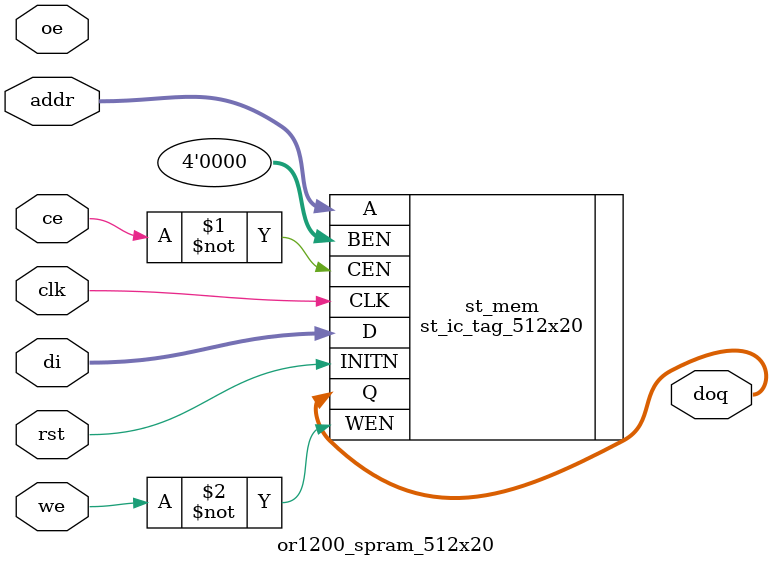
<source format=v>

`include "timescale.v"
// synopsys translate_on
`include "or1200_defines.v"

module or1200_spram_512x20(
`ifdef OR1200_BIST
	// RAM BIST
	mbist_si_i, mbist_so_o, mbist_ctrl_i,
`endif
	// Generic synchronous single-port RAM interface
	clk, rst, ce, we, oe, addr, di, doq
);

//
// Default address and data buses width
//
parameter aw = 9;
parameter dw = 20;

//
// Generic synchronous single-port RAM interface
//
input			clk;	// Clock
input			rst;	// Reset
input			ce;	// Chip enable input
input			we;	// Write enable input
input			oe;	// Output enable input
input 	[aw-1:0]	addr;	// address bus inputs
input	[dw-1:0]	di;	// input data bus
output	[dw-1:0]	doq;	// output data bus



//
// Instantiation of ASIC memory:
//

st_ic_tag_512x20 st_mem
  (
   .CLK(clk),
   .INITN(rst),
   .CEN(~ce),
   .WEN(~we),
   .A(addr),
   .D(di),
   .BEN(4'b0),
   .Q(doq)
   );
   
endmodule

</source>
